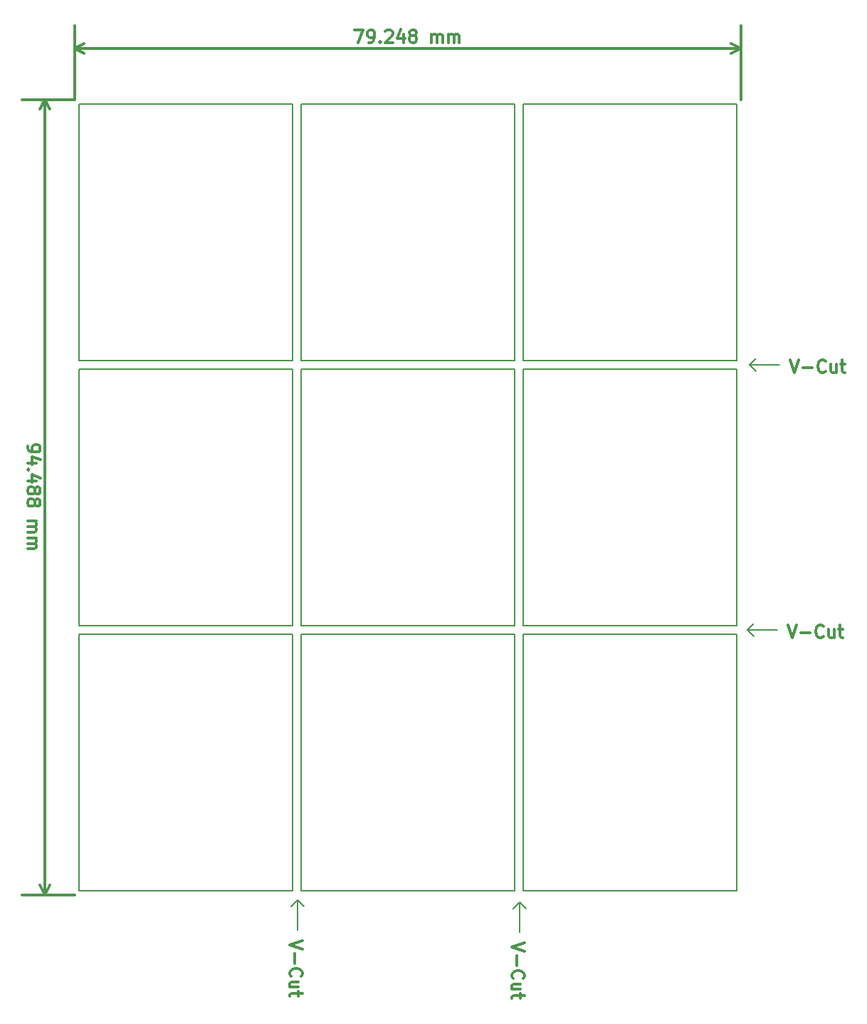
<source format=gbr>
G04 #@! TF.FileFunction,Drawing*
%FSLAX46Y46*%
G04 Gerber Fmt 4.6, Leading zero omitted, Abs format (unit mm)*
G04 Created by KiCad (PCBNEW 4.0.1-2.201512121406+6195~38~ubuntu15.10.1-stable) date Monday, December 14, 2015 PM10:00:47 HKT*
%MOMM*%
G01*
G04 APERTURE LIST*
%ADD10C,0.100000*%
%ADD11C,0.150000*%
%ADD12C,0.300000*%
G04 APERTURE END LIST*
D10*
D11*
X26543000Y-635000D02*
X26543000Y-4191000D01*
X26543000Y-635000D02*
X27305000Y-1397000D01*
X26543000Y-635000D02*
X25781000Y-1397000D01*
D12*
X27110429Y-5477286D02*
X25610429Y-5977286D01*
X27110429Y-6477286D01*
X26181857Y-6977286D02*
X26181857Y-8120143D01*
X25753286Y-9691572D02*
X25681857Y-9620143D01*
X25610429Y-9405857D01*
X25610429Y-9263000D01*
X25681857Y-9048715D01*
X25824714Y-8905857D01*
X25967571Y-8834429D01*
X26253286Y-8763000D01*
X26467571Y-8763000D01*
X26753286Y-8834429D01*
X26896143Y-8905857D01*
X27039000Y-9048715D01*
X27110429Y-9263000D01*
X27110429Y-9405857D01*
X27039000Y-9620143D01*
X26967571Y-9691572D01*
X26610429Y-10977286D02*
X25610429Y-10977286D01*
X26610429Y-10334429D02*
X25824714Y-10334429D01*
X25681857Y-10405857D01*
X25610429Y-10548715D01*
X25610429Y-10763000D01*
X25681857Y-10905857D01*
X25753286Y-10977286D01*
X26610429Y-11477286D02*
X26610429Y-12048715D01*
X27110429Y-11691572D02*
X25824714Y-11691572D01*
X25681857Y-11763000D01*
X25610429Y-11905858D01*
X25610429Y-12048715D01*
X53526429Y-5731286D02*
X52026429Y-6231286D01*
X53526429Y-6731286D01*
X52597857Y-7231286D02*
X52597857Y-8374143D01*
X52169286Y-9945572D02*
X52097857Y-9874143D01*
X52026429Y-9659857D01*
X52026429Y-9517000D01*
X52097857Y-9302715D01*
X52240714Y-9159857D01*
X52383571Y-9088429D01*
X52669286Y-9017000D01*
X52883571Y-9017000D01*
X53169286Y-9088429D01*
X53312143Y-9159857D01*
X53455000Y-9302715D01*
X53526429Y-9517000D01*
X53526429Y-9659857D01*
X53455000Y-9874143D01*
X53383571Y-9945572D01*
X53026429Y-11231286D02*
X52026429Y-11231286D01*
X53026429Y-10588429D02*
X52240714Y-10588429D01*
X52097857Y-10659857D01*
X52026429Y-10802715D01*
X52026429Y-11017000D01*
X52097857Y-11159857D01*
X52169286Y-11231286D01*
X53026429Y-11731286D02*
X53026429Y-12302715D01*
X53526429Y-11945572D02*
X52240714Y-11945572D01*
X52097857Y-12017000D01*
X52026429Y-12159858D01*
X52026429Y-12302715D01*
D11*
X52959000Y-889000D02*
X52197000Y-1651000D01*
X52959000Y-889000D02*
X53721000Y-1651000D01*
X52959000Y-889000D02*
X52959000Y-4445000D01*
X80010000Y31496000D02*
X83566000Y31496000D01*
X80010000Y31496000D02*
X80772000Y32258000D01*
X80010000Y31496000D02*
X80772000Y30734000D01*
D12*
X84852286Y32063429D02*
X85352286Y30563429D01*
X85852286Y32063429D01*
X86352286Y31134857D02*
X87495143Y31134857D01*
X89066572Y30706286D02*
X88995143Y30634857D01*
X88780857Y30563429D01*
X88638000Y30563429D01*
X88423715Y30634857D01*
X88280857Y30777714D01*
X88209429Y30920571D01*
X88138000Y31206286D01*
X88138000Y31420571D01*
X88209429Y31706286D01*
X88280857Y31849143D01*
X88423715Y31992000D01*
X88638000Y32063429D01*
X88780857Y32063429D01*
X88995143Y31992000D01*
X89066572Y31920571D01*
X90352286Y31563429D02*
X90352286Y30563429D01*
X89709429Y31563429D02*
X89709429Y30777714D01*
X89780857Y30634857D01*
X89923715Y30563429D01*
X90138000Y30563429D01*
X90280857Y30634857D01*
X90352286Y30706286D01*
X90852286Y31563429D02*
X91423715Y31563429D01*
X91066572Y32063429D02*
X91066572Y30777714D01*
X91138000Y30634857D01*
X91280858Y30563429D01*
X91423715Y30563429D01*
X85106286Y63559429D02*
X85606286Y62059429D01*
X86106286Y63559429D01*
X86606286Y62630857D02*
X87749143Y62630857D01*
X89320572Y62202286D02*
X89249143Y62130857D01*
X89034857Y62059429D01*
X88892000Y62059429D01*
X88677715Y62130857D01*
X88534857Y62273714D01*
X88463429Y62416571D01*
X88392000Y62702286D01*
X88392000Y62916571D01*
X88463429Y63202286D01*
X88534857Y63345143D01*
X88677715Y63488000D01*
X88892000Y63559429D01*
X89034857Y63559429D01*
X89249143Y63488000D01*
X89320572Y63416571D01*
X90606286Y63059429D02*
X90606286Y62059429D01*
X89963429Y63059429D02*
X89963429Y62273714D01*
X90034857Y62130857D01*
X90177715Y62059429D01*
X90392000Y62059429D01*
X90534857Y62130857D01*
X90606286Y62202286D01*
X91106286Y63059429D02*
X91677715Y63059429D01*
X91320572Y63559429D02*
X91320572Y62273714D01*
X91392000Y62130857D01*
X91534858Y62059429D01*
X91677715Y62059429D01*
D11*
X80264000Y62992000D02*
X81026000Y62230000D01*
X80264000Y62992000D02*
X81026000Y63754000D01*
X80264000Y62992000D02*
X83820000Y62992000D01*
D12*
X-5584571Y53315428D02*
X-5584571Y53029713D01*
X-5513143Y52886856D01*
X-5441714Y52815428D01*
X-5227429Y52672570D01*
X-4941714Y52601142D01*
X-4370286Y52601142D01*
X-4227429Y52672570D01*
X-4156000Y52743999D01*
X-4084571Y52886856D01*
X-4084571Y53172570D01*
X-4156000Y53315428D01*
X-4227429Y53386856D01*
X-4370286Y53458285D01*
X-4727429Y53458285D01*
X-4870286Y53386856D01*
X-4941714Y53315428D01*
X-5013143Y53172570D01*
X-5013143Y52886856D01*
X-4941714Y52743999D01*
X-4870286Y52672570D01*
X-4727429Y52601142D01*
X-4584571Y51315428D02*
X-5584571Y51315428D01*
X-4013143Y51672571D02*
X-5084571Y52029714D01*
X-5084571Y51101142D01*
X-5441714Y50529714D02*
X-5513143Y50458286D01*
X-5584571Y50529714D01*
X-5513143Y50601143D01*
X-5441714Y50529714D01*
X-5584571Y50529714D01*
X-4584571Y49172571D02*
X-5584571Y49172571D01*
X-4013143Y49529714D02*
X-5084571Y49886857D01*
X-5084571Y48958285D01*
X-4727429Y48172571D02*
X-4656000Y48315429D01*
X-4584571Y48386857D01*
X-4441714Y48458286D01*
X-4370286Y48458286D01*
X-4227429Y48386857D01*
X-4156000Y48315429D01*
X-4084571Y48172571D01*
X-4084571Y47886857D01*
X-4156000Y47744000D01*
X-4227429Y47672571D01*
X-4370286Y47601143D01*
X-4441714Y47601143D01*
X-4584571Y47672571D01*
X-4656000Y47744000D01*
X-4727429Y47886857D01*
X-4727429Y48172571D01*
X-4798857Y48315429D01*
X-4870286Y48386857D01*
X-5013143Y48458286D01*
X-5298857Y48458286D01*
X-5441714Y48386857D01*
X-5513143Y48315429D01*
X-5584571Y48172571D01*
X-5584571Y47886857D01*
X-5513143Y47744000D01*
X-5441714Y47672571D01*
X-5298857Y47601143D01*
X-5013143Y47601143D01*
X-4870286Y47672571D01*
X-4798857Y47744000D01*
X-4727429Y47886857D01*
X-4727429Y46744000D02*
X-4656000Y46886858D01*
X-4584571Y46958286D01*
X-4441714Y47029715D01*
X-4370286Y47029715D01*
X-4227429Y46958286D01*
X-4156000Y46886858D01*
X-4084571Y46744000D01*
X-4084571Y46458286D01*
X-4156000Y46315429D01*
X-4227429Y46244000D01*
X-4370286Y46172572D01*
X-4441714Y46172572D01*
X-4584571Y46244000D01*
X-4656000Y46315429D01*
X-4727429Y46458286D01*
X-4727429Y46744000D01*
X-4798857Y46886858D01*
X-4870286Y46958286D01*
X-5013143Y47029715D01*
X-5298857Y47029715D01*
X-5441714Y46958286D01*
X-5513143Y46886858D01*
X-5584571Y46744000D01*
X-5584571Y46458286D01*
X-5513143Y46315429D01*
X-5441714Y46244000D01*
X-5298857Y46172572D01*
X-5013143Y46172572D01*
X-4870286Y46244000D01*
X-4798857Y46315429D01*
X-4727429Y46458286D01*
X-5584571Y44386858D02*
X-4584571Y44386858D01*
X-4727429Y44386858D02*
X-4656000Y44315430D01*
X-4584571Y44172572D01*
X-4584571Y43958287D01*
X-4656000Y43815430D01*
X-4798857Y43744001D01*
X-5584571Y43744001D01*
X-4798857Y43744001D02*
X-4656000Y43672572D01*
X-4584571Y43529715D01*
X-4584571Y43315430D01*
X-4656000Y43172572D01*
X-4798857Y43101144D01*
X-5584571Y43101144D01*
X-5584571Y42386858D02*
X-4584571Y42386858D01*
X-4727429Y42386858D02*
X-4656000Y42315430D01*
X-4584571Y42172572D01*
X-4584571Y41958287D01*
X-4656000Y41815430D01*
X-4798857Y41744001D01*
X-5584571Y41744001D01*
X-4798857Y41744001D02*
X-4656000Y41672572D01*
X-4584571Y41529715D01*
X-4584571Y41315430D01*
X-4656000Y41172572D01*
X-4798857Y41101144D01*
X-5584571Y41101144D01*
X-3556000Y94488000D02*
X-3556000Y0D01*
X0Y94488000D02*
X-6256000Y94488000D01*
X0Y0D02*
X-6256000Y0D01*
X-3556000Y0D02*
X-4142421Y1126504D01*
X-3556000Y0D02*
X-2969579Y1126504D01*
X-3556000Y94488000D02*
X-4142421Y93361496D01*
X-3556000Y94488000D02*
X-2969579Y93361496D01*
X33338287Y102755429D02*
X34338287Y102755429D01*
X33695430Y101255429D01*
X34981143Y101255429D02*
X35266858Y101255429D01*
X35409715Y101326857D01*
X35481143Y101398286D01*
X35624001Y101612571D01*
X35695429Y101898286D01*
X35695429Y102469714D01*
X35624001Y102612571D01*
X35552572Y102684000D01*
X35409715Y102755429D01*
X35124001Y102755429D01*
X34981143Y102684000D01*
X34909715Y102612571D01*
X34838286Y102469714D01*
X34838286Y102112571D01*
X34909715Y101969714D01*
X34981143Y101898286D01*
X35124001Y101826857D01*
X35409715Y101826857D01*
X35552572Y101898286D01*
X35624001Y101969714D01*
X35695429Y102112571D01*
X36338286Y101398286D02*
X36409714Y101326857D01*
X36338286Y101255429D01*
X36266857Y101326857D01*
X36338286Y101398286D01*
X36338286Y101255429D01*
X36981143Y102612571D02*
X37052572Y102684000D01*
X37195429Y102755429D01*
X37552572Y102755429D01*
X37695429Y102684000D01*
X37766858Y102612571D01*
X37838286Y102469714D01*
X37838286Y102326857D01*
X37766858Y102112571D01*
X36909715Y101255429D01*
X37838286Y101255429D01*
X39124000Y102255429D02*
X39124000Y101255429D01*
X38766857Y102826857D02*
X38409714Y101755429D01*
X39338286Y101755429D01*
X40124000Y102112571D02*
X39981142Y102184000D01*
X39909714Y102255429D01*
X39838285Y102398286D01*
X39838285Y102469714D01*
X39909714Y102612571D01*
X39981142Y102684000D01*
X40124000Y102755429D01*
X40409714Y102755429D01*
X40552571Y102684000D01*
X40624000Y102612571D01*
X40695428Y102469714D01*
X40695428Y102398286D01*
X40624000Y102255429D01*
X40552571Y102184000D01*
X40409714Y102112571D01*
X40124000Y102112571D01*
X39981142Y102041143D01*
X39909714Y101969714D01*
X39838285Y101826857D01*
X39838285Y101541143D01*
X39909714Y101398286D01*
X39981142Y101326857D01*
X40124000Y101255429D01*
X40409714Y101255429D01*
X40552571Y101326857D01*
X40624000Y101398286D01*
X40695428Y101541143D01*
X40695428Y101826857D01*
X40624000Y101969714D01*
X40552571Y102041143D01*
X40409714Y102112571D01*
X42481142Y101255429D02*
X42481142Y102255429D01*
X42481142Y102112571D02*
X42552570Y102184000D01*
X42695428Y102255429D01*
X42909713Y102255429D01*
X43052570Y102184000D01*
X43123999Y102041143D01*
X43123999Y101255429D01*
X43123999Y102041143D02*
X43195428Y102184000D01*
X43338285Y102255429D01*
X43552570Y102255429D01*
X43695428Y102184000D01*
X43766856Y102041143D01*
X43766856Y101255429D01*
X44481142Y101255429D02*
X44481142Y102255429D01*
X44481142Y102112571D02*
X44552570Y102184000D01*
X44695428Y102255429D01*
X44909713Y102255429D01*
X45052570Y102184000D01*
X45123999Y102041143D01*
X45123999Y101255429D01*
X45123999Y102041143D02*
X45195428Y102184000D01*
X45338285Y102255429D01*
X45552570Y102255429D01*
X45695428Y102184000D01*
X45766856Y102041143D01*
X45766856Y101255429D01*
X79248000Y100584000D02*
X0Y100584000D01*
X79248000Y94488000D02*
X79248000Y103284000D01*
X0Y94488000D02*
X0Y103284000D01*
X0Y100584000D02*
X1126504Y101170421D01*
X0Y100584000D02*
X1126504Y99997579D01*
X79248000Y100584000D02*
X78121496Y101170421D01*
X79248000Y100584000D02*
X78121496Y99997579D01*
D11*
X53340000Y30988000D02*
X78740000Y30988000D01*
X78740000Y30988000D02*
X78740000Y508000D01*
X78740000Y508000D02*
X53340000Y508000D01*
X53340000Y508000D02*
X53340000Y30988000D01*
X53340000Y62484000D02*
X78740000Y62484000D01*
X78740000Y62484000D02*
X78740000Y32004000D01*
X78740000Y32004000D02*
X53340000Y32004000D01*
X53340000Y32004000D02*
X53340000Y62484000D01*
X53340000Y93980000D02*
X78740000Y93980000D01*
X78740000Y93980000D02*
X78740000Y63500000D01*
X78740000Y63500000D02*
X53340000Y63500000D01*
X53340000Y63500000D02*
X53340000Y93980000D01*
X26924000Y30988000D02*
X52324000Y30988000D01*
X52324000Y30988000D02*
X52324000Y508000D01*
X52324000Y508000D02*
X26924000Y508000D01*
X26924000Y508000D02*
X26924000Y30988000D01*
X26924000Y62484000D02*
X52324000Y62484000D01*
X52324000Y62484000D02*
X52324000Y32004000D01*
X52324000Y32004000D02*
X26924000Y32004000D01*
X26924000Y32004000D02*
X26924000Y62484000D01*
X26924000Y93980000D02*
X52324000Y93980000D01*
X52324000Y93980000D02*
X52324000Y63500000D01*
X52324000Y63500000D02*
X26924000Y63500000D01*
X26924000Y63500000D02*
X26924000Y93980000D01*
X508000Y30988000D02*
X25908000Y30988000D01*
X25908000Y30988000D02*
X25908000Y508000D01*
X25908000Y508000D02*
X508000Y508000D01*
X508000Y508000D02*
X508000Y30988000D01*
X508000Y62484000D02*
X25908000Y62484000D01*
X25908000Y62484000D02*
X25908000Y32004000D01*
X25908000Y32004000D02*
X508000Y32004000D01*
X508000Y32004000D02*
X508000Y62484000D01*
X508000Y63500000D02*
X508000Y93980000D01*
X25908000Y63500000D02*
X508000Y63500000D01*
X25908000Y93980000D02*
X25908000Y63500000D01*
X508000Y93980000D02*
X25908000Y93980000D01*
M02*

</source>
